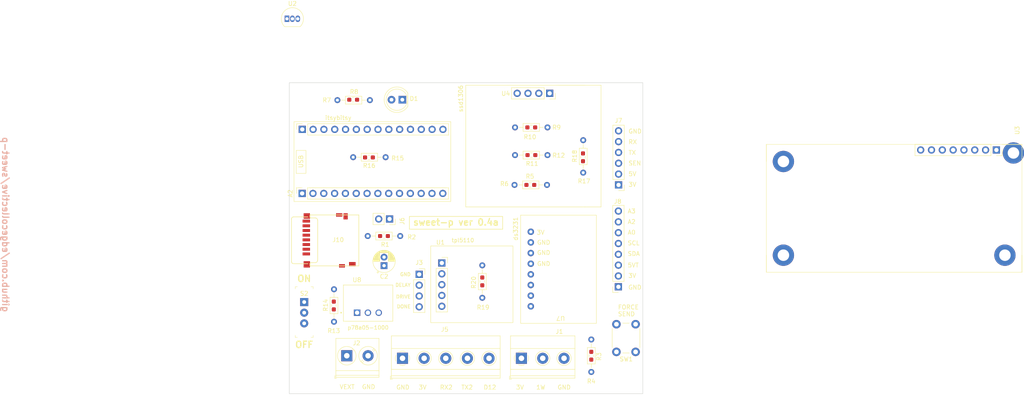
<source format=kicad_pcb>
(kicad_pcb (version 20240108) (generator "pcbnew") (generator_version "8.0")
  (layers (0 "F.Cu" signal) (31 "B.Cu" signal) (34 "B.Paste" user) (35 "F.Paste" user) (36 "B.SilkS" user "B.Silkscreen") (37 "F.SilkS" user "F.Silkscreen") (38 "B.Mask" user) (39 "F.Mask" user) (44 "Edge.Cuts" user))
  (net 0 "")
  (net 1 "A2")
  (net 2 "A5")
  (net 3 "TX")
  (net 4 "RX")
  (net 5 "SAT_EN")
  (net 6 "GND")
  (net 7 "+3V3")
  (net 8 "SDA")
  (net 9 "SCL")
  (net 10 "SD_CS")
  (net 11 "MOSI")
  (net 12 "SCK")
  (net 13 "MISO")
  (net 14 "DONE")
  (net 15 "LED")
  (net 16 "VEXT")
  (net 18 "Net-(D1-A)")
  (net 19 "Net-(J3-Pin_2)")
  (net 25 "TX_A4")
  (net 26 "D12")
  (net 27 "5V_TIMER")
  (net 29 "RX_D2")
  (net 30 "ONEWIRE_11")
  (net 31 "BATT_A1")
  (net 32 "A3")
  (net 34 "VHI")
  (net 37 "A0")
  (net 39 "5V_DC")
  (net 40 "Net-(U8-+VIN)")
  (net 41 "Net-(U2-GND)")
  (footprint "digikey-footprints:Switch_Slide_11.6x4mm_EG1218" (layer "F.Cu") (at 29 73 -90)
    (property "Reference" "S2" (at -2 0 0) (layer "F.SilkS"))
    (property "Value" "EG1218")
    (pad "1" thru_hole rect (at 0 0 270) (size 1.9 1.9) (drill 0.9) (layers "*.Cu" "*.Mask") (net 40 "Net-(U8-+VIN)"))
    (pad "2" thru_hole circle (at 2.5 0 270) (size 1.9 1.9) (drill 0.9) (layers "*.Cu" "*.Mask") (net 16 "VEXT"))
    (pad "3" thru_hole circle (at 5 0 270) (size 1.9 1.9) (drill 0.9) (layers "*.Cu" "*.Mask"))
  )
  (footprint "footprints:adafruit_tpl511x" (layer "F.Cu") (at 61.31 63.8325)
    (property "Reference" "U1" (at -0.31 -4.8325 180) (layer "F.SilkS"))
    (property "Value" "adafruit_tpl511x")
    (pad "1" thru_hole rect (at 0 0) (size 1.7 1.7) (drill 1) (layers "*.Cu" "*.Mask") (net 39 "5V_DC"))
    (pad "2" thru_hole oval (at 0 2.54) (size 1.7 1.7) (drill 1) (layers "*.Cu" "*.Mask") (net 6 "GND"))
    (pad "3" thru_hole oval (at 0 5.08) (size 1.7 1.7) (drill 1) (layers "*.Cu" "*.Mask") (net 19 "Net-(J3-Pin_2)"))
    (pad "4" thru_hole oval (at 0 7.62) (size 1.7 1.7) (drill 1) (layers "*.Cu" "*.Mask") (net 27 "5V_TIMER"))
    (pad "5" thru_hole oval (at 0 10.16) (size 1.7 1.7) (drill 1) (layers "*.Cu" "*.Mask") (net 14 "DONE"))
  )
  (footprint "Resistor_THT:R_Axial_DIN0204_L3.6mm_D1.6mm_P7.62mm_Horizontal" (layer "F.Cu") (at 70.81 72.0025 90)
    (property "Reference" "R19" (at -2.2475 0.19 0) (layer "F.SilkS"))
    (property "Value" "330")
    (pad "1" thru_hole circle (at 0 0 90) (size 1.4 1.4) (drill 0.7) (layers "*.Cu" "*.Mask") (net 14 "DONE"))
    (pad "2" thru_hole oval (at 7.62 0 90) (size 1.4 1.4) (drill 0.7) (layers "*.Cu" "*.Mask") (net 6 "GND"))
  )
  (footprint "LED_THT:LED_D5.0mm" (layer "F.Cu") (at 52.04 25.5 180)
    (property "Reference" "D1" (at -2.71 0.25 180) (layer "F.SilkS"))
    (property "Value" "LED")
    (pad "1" thru_hole rect (at 0 0 180) (size 1.8 1.8) (drill 0.9) (layers "*.Cu" "*.Mask") (net 6 "GND"))
    (pad "2" thru_hole circle (at 2.54 0 180) (size 1.8 1.8) (drill 0.9) (layers "*.Cu" "*.Mask") (net 18 "Net-(D1-A)"))
  )
  (footprint "Package_TO_SOT_THT:TO-92_Inline" (layer "F.Cu") (at 24.96 6.5)
    (property "Reference" "U2" (at 1.27 -3.56 0) (layer "F.SilkS"))
    (property "Value" "MCP1700x-120xxTO")
    (pad "1" thru_hole rect (at 0 0) (size 1.05 1.5) (drill 0.75) (layers "*.Cu" "*.Mask") (net 41 "Net-(U2-GND)"))
    (pad "2" thru_hole oval (at 1.27 0) (size 1.05 1.5) (drill 0.75) (layers "*.Cu" "*.Mask") (net 27 "5V_TIMER"))
    (pad "3" thru_hole oval (at 2.54 0) (size 1.05 1.5) (drill 0.75) (layers "*.Cu" "*.Mask") (net 7 "+3V3"))
  )
  (footprint "Resistor_THT:R_Axial_DIN0204_L3.6mm_D1.6mm_P7.62mm_Horizontal" (layer "F.Cu") (at 78.38 45.5)
    (property "Reference" "R6" (at -2.38 -0.25 0) (layer "F.SilkS"))
    (property "Value" "4.7K")
    (pad "1" thru_hole circle (at 0 0) (size 1.4 1.4) (drill 0.7) (layers "*.Cu" "*.Mask") (net 7 "+3V3"))
    (pad "2" thru_hole oval (at 7.62 0) (size 1.4 1.4) (drill 0.7) (layers "*.Cu" "*.Mask") (net 30 "ONEWIRE_11"))
  )
  (footprint "MountingHole:MountingHole_3.2mm_M3" (layer "F.Cu") (at 105 91)
    (property "Reference" "H4" (hide yes))
    (property "Value" "MountingHole")
    (pad "" np_thru_hole circle (at 0 0) (size 3.2 3.2) (drill 3.2) (layers "*.Cu" "*.Mask"))
  )
  (footprint "Button_Switch_THT:SW_PUSH_6mm" (layer "F.Cu") (at 106.8 78.2 -90)
    (property "Reference" "SW1" (at 8.2 2.2 180) (layer "F.SilkS"))
    (property "Value" "SW_Push")
    (pad "1" thru_hole circle (at 0 0) (size 2 2) (drill 1.1) (layers "*.Cu" "*.Mask") (net 2 "A5"))
    (pad "1" thru_hole circle (at 6.5 0) (size 2 2) (drill 1.1) (layers "*.Cu" "*.Mask") (net 2 "A5"))
    (pad "2" thru_hole circle (at 0 4.5) (size 2 2) (drill 1.1) (layers "*.Cu" "*.Mask") (net 6 "GND"))
    (pad "2" thru_hole circle (at 6.5 4.5) (size 2 2) (drill 1.1) (layers "*.Cu" "*.Mask") (net 6 "GND"))
  )
  (footprint "TerminalBlock_Phoenix:TerminalBlock_Phoenix_PT-1,5-2-5.0-H_1x02_P5.00mm_Horizontal" (layer "F.Cu") (at 39 85.6)
    (property "Reference" "J2" (at 2.3 -2.975 0) (layer "F.SilkS"))
    (property "Value" "Screw_Terminal_01x02")
    (pad "1" thru_hole rect (at 0 0) (size 2.6 2.6) (drill 1.3) (layers "*.Cu" "*.Mask") (net 16 "VEXT"))
    (pad "2" thru_hole circle (at 5 0) (size 2.6 2.6) (drill 1.3) (layers "*.Cu" "*.Mask") (net 6 "GND"))
  )
  (footprint "Resistor_SMD:R_0603_1608Metric_Pad0.98x0.95mm_HandSolder" (layer "F.Cu") (at 35.95 73.81 90)
    (property "Reference" "R14" (at 0.075 -1.925 90) (layer "F.SilkS"))
    (property "Value" "100K")
    (pad "1" smd roundrect (at -0.9125 0 90) (size 0.975 0.95) (layers "F.Cu" "F.Paste" "F.Mask") (net 16 "VEXT"))
    (pad "2" smd roundrect (at 0.9125 0 90) (size 0.975 0.95) (layers "F.Cu" "F.Paste" "F.Mask") (net 31 "BATT_A1"))
  )
  (footprint "TerminalBlock_Phoenix:TerminalBlock_Phoenix_MKDS-1,5-3_1x03_P5.00mm_Horizontal" (layer "F.Cu") (at 80 86.2)
    (property "Reference" "J1" (at 8.905 -6.26 0) (layer "F.SilkS"))
    (property "Value" "Screw_Terminal_01x03")
    (pad "1" thru_hole rect (at 0 0) (size 2.6 2.6) (drill 1.3) (layers "*.Cu" "*.Mask") (net 7 "+3V3"))
    (pad "2" thru_hole circle (at 5 0) (size 2.6 2.6) (drill 1.3) (layers "*.Cu" "*.Mask") (net 30 "ONEWIRE_11"))
    (pad "3" thru_hole circle (at 10 0) (size 2.6 2.6) (drill 1.3) (layers "*.Cu" "*.Mask") (net 6 "GND"))
  )
  (footprint "footprints:CONV_P78A05-1000" (layer "F.Cu") (at 41.42 75.5)
    (property "Reference" "U8" (at -0.035085 -7.702265 0) (layer "F.SilkS") (effects (font (size 1.002244 1.002244))))
    (property "Value" "P78A05-1000")
    (pad "1" thru_hole rect (at 0 0) (size 1.508 1.508) (drill 1) (layers "*.Cu" "*.Mask") (net 40 "Net-(U8-+VIN)"))
    (pad "2" thru_hole circle (at 2.54 0) (size 1.508 1.508) (drill 1) (layers "*.Cu" "*.Mask") (net 6 "GND"))
    (pad "3" thru_hole circle (at 5.08 0) (size 1.508 1.508) (drill 1) (layers "*.Cu" "*.Mask") (net 39 "5V_DC"))
  )
  (footprint "Capacitor_THT:CP_Radial_D5.0mm_P2.00mm" (layer "F.Cu") (at 47.75 64.455113 90)
    (property "Reference" "C2" (at -2.544887 0 180) (layer "F.SilkS"))
    (property "Value" "330uF")
    (pad "1" thru_hole rect (at 0 0 90) (size 1.6 1.6) (drill 0.8) (layers "*.Cu" "*.Mask") (net 27 "5V_TIMER"))
    (pad "2" thru_hole circle (at 2 0 90) (size 1.6 1.6) (drill 0.8) (layers "*.Cu" "*.Mask") (net 6 "GND"))
  )
  (footprint "Resistor_SMD:R_0603_1608Metric_Pad0.98x0.95mm_HandSolder" (layer "F.Cu") (at 70.81 68.1525 90)
    (property "Reference" "R20" (at -0.2475 -2.01 90) (layer "F.SilkS"))
    (property "Value" "330")
    (pad "1" smd roundrect (at -0.9125 0 90) (size 0.975 0.95) (layers "F.Cu" "F.Paste" "F.Mask") (net 14 "DONE"))
    (pad "2" smd roundrect (at 0.9125 0 90) (size 0.975 0.95) (layers "F.Cu" "F.Paste" "F.Mask") (net 6 "GND"))
  )
  (footprint "MountingHole:MountingHole_3.2mm_M3" (layer "F.Cu") (at 29 91)
    (property "Reference" "H2" (hide yes))
    (property "Value" "MountingHole")
    (pad "" np_thru_hole circle (at 0 0) (size 3.2 3.2) (drill 3.2) (layers "*.Cu" "*.Mask"))
  )
  (footprint "footprints:ds3231_adafruit_breakout" (layer "F.Cu") (at 79.8 65.3 -90)
    (property "Reference" "U7" (at 11.5 -9.405 180) (layer "F.SilkS"))
    (property "Value" "ds3231" (at -9.5 1.16 90) (layer "F.SilkS"))
    (pad "1" thru_hole circle (at -8.8 -2.4 270) (size 1.524 1.524) (drill 0.762) (layers "*.Cu" "*.Mask") (net 7 "+3V3"))
    (pad "2" thru_hole circle (at -6.3 -2.4 270) (size 1.524 1.524) (drill 0.762) (layers "*.Cu" "*.Mask") (net 6 "GND"))
    (pad "3" thru_hole circle (at -3.8 -2.4 270) (size 1.524 1.524) (drill 0.762) (layers "*.Cu" "*.Mask") (net 9 "SCL"))
    (pad "4" thru_hole circle (at -1.3 -2.4 270) (size 1.524 1.524) (drill 0.762) (layers "*.Cu" "*.Mask") (net 8 "SDA"))
    (pad "5" thru_hole circle (at 1.2 -2.4 270) (size 1.524 1.524) (drill 0.762) (layers "*.Cu" "*.Mask"))
    (pad "6" thru_hole circle (at 3.7 -2.4 270) (size 1.524 1.524) (drill 0.762) (layers "*.Cu" "*.Mask"))
    (pad "7" thru_hole circle (at 6.2 -2.4 270) (size 1.524 1.524) (drill 0.762) (layers "*.Cu" "*.Mask"))
    (pad "8" thru_hole circle (at 8.7 -2.4 270) (size 1.524 1.524) (drill 0.762) (layers "*.Cu" "*.Mask"))
  )
  (footprint "footprints:DM3D-SF_outline" (layer "F.Cu") (at 30.375 58.5 -90)
    (property "Reference" "J10" (at -0.1 -6.6 0) (layer "F.SilkS"))
    (property "Value" "Micro_SD_Card" (hide yes))
    (pad "1" smd rect (at 3.2 0.875 270) (size 0.7 1.75) (layers "F.Cu" "F.Paste" "F.Mask"))
    (pad "2" smd rect (at 2.1 0.875 270) (size 0.7 1.75) (layers "F.Cu" "F.Paste" "F.Mask") (net 10 "SD_CS"))
    (pad "3" smd rect (at 1 0.875 270) (size 0.7 1.75) (layers "F.Cu" "F.Paste" "F.Mask") (net 11 "MOSI"))
    (pad "4" smd rect (at -0.1 0.875 270) (size 0.7 1.75) (layers "F.Cu" "F.Paste" "F.Mask") (net 7 "+3V3"))
    (pad "5" smd rect (at -1.2 0.875 270) (size 0.7 1.75) (layers "F.Cu" "F.Paste" "F.Mask") (net 12 "SCK"))
    (pad "6" smd rect (at -2.3 0.875 270) (size 0.7 1.75) (layers "F.Cu" "F.Paste" "F.Mask") (net 6 "GND"))
    (pad "7" smd rect (at -3.4 0.875 270) (size 0.7 1.75) (layers "F.Cu" "F.Paste" "F.Mask") (net 13 "MISO"))
    (pad "8" smd rect (at -4.5 0.875 270) (size 0.7 1.75) (layers "F.Cu" "F.Paste" "F.Mask"))
    (pad "9" smd rect (at -5.7 0.75 270) (size 1.3 1.5) (layers "F.Cu" "F.Paste" "F.Mask") (net 6 "GND"))
    (pad "10" smd rect (at -5.95 -6.85 270) (size 0.8 1.5) (layers "F.Cu" "F.Paste" "F.Mask"))
    (pad "11" smd rect (at 6 -7.5 270) (size 0.8 1.4) (layers "F.Cu" "F.Paste" "F.Mask"))
    (pad "12" smd rect (at 5.65 0.75 270) (size 1.5 1.5) (layers "F.Cu" "F.Paste" "F.Mask"))
    (pad "A" smd rect (at 5.6 -9.925 270) (size 1 1.55) (layers "F.Cu" "F.Paste" "F.Mask"))
    (pad "B" smd rect (at -5.625 -8.35 270) (size 1.45 1) (layers "F.Cu" "F.Paste" "F.Mask"))
  )
  (footprint "MountingHole:MountingHole_3.2mm_M3" (layer "F.Cu") (at 29 25)
    (property "Reference" "H1" (hide yes))
    (property "Value" "MountingHole")
    (pad "" np_thru_hole circle (at 0 0) (size 3.2 3.2) (drill 3.2) (layers "*.Cu" "*.Mask"))
  )
  (footprint "Resistor_THT:R_Axial_DIN0204_L3.6mm_D1.6mm_P7.62mm_Horizontal" (layer "F.Cu") (at 94.5 42.62 90)
    (property "Reference" "R17" (at -2 0.2 0) (layer "F.SilkS"))
    (property "Value" "4.7K")
    (pad "1" thru_hole circle (at 0 0 90) (size 1.4 1.4) (drill 0.7) (layers "*.Cu" "*.Mask") (net 5 "SAT_EN"))
    (pad "2" thru_hole oval (at 7.62 0 90) (size 1.4 1.4) (drill 0.7) (layers "*.Cu" "*.Mask") (net 6 "GND"))
  )
  (footprint "Resistor_SMD:R_0603_1608Metric_Pad0.98x0.95mm_HandSolder" (layer "F.Cu") (at 96.4 85.6 -90)
    (property "Reference" "R3" (at 0.2 -1.8 90) (layer "F.SilkS"))
    (property "Value" "10K")
    (pad "1" smd roundrect (at -0.9125 0 270) (size 0.975 0.95) (layers "F.Cu" "F.Paste" "F.Mask") (net 7 "+3V3"))
    (pad "2" smd roundrect (at 0.9125 0 270) (size 0.975 0.95) (layers "F.Cu" "F.Paste" "F.Mask") (net 2 "A5"))
  )
  (footprint "Resistor_THT:R_Axial_DIN0204_L3.6mm_D1.6mm_P7.62mm_Horizontal" (layer "F.Cu") (at 36 77.62 90)
    (property "Reference" "R13" (at -2.13 -0.05 180) (layer "F.SilkS"))
    (property "Value" "100K")
    (pad "1" thru_hole circle (at 0 0 90) (size 1.4 1.4) (drill 0.7) (layers "*.Cu" "*.Mask") (net 16 "VEXT"))
    (pad "2" thru_hole oval (at 7.62 0 90) (size 1.4 1.4) (drill 0.7) (layers "*.Cu" "*.Mask") (net 31 "BATT_A1"))
  )
  (footprint "Resistor_SMD:R_0603_1608Metric_Pad0.98x0.95mm_HandSolder" (layer "F.Cu") (at 94.45 39.02 90)
    (property "Reference" "R18" (at 0.27 -1.95 90) (layer "F.SilkS"))
    (property "Value" "4.7K")
    (pad "1" smd roundrect (at -0.9125 0 90) (size 0.975 0.95) (layers "F.Cu" "F.Paste" "F.Mask") (net 5 "SAT_EN"))
    (pad "2" smd roundrect (at 0.9125 0 90) (size 0.975 0.95) (layers "F.Cu" "F.Paste" "F.Mask") (net 6 "GND"))
  )
  (footprint "Connector_PinSocket_2.54mm:PinSocket_1x02_P2.54mm_Vertical" (layer "F.Cu") (at 49.04 53.5 -90)
    (property "Reference" "J6" (at 0.5 -2.96 90) (layer "F.SilkS"))
    (property "Value" "Conn_01x02_Socket")
    (pad "1" thru_hole rect (at 0 0 270) (size 1.7 1.7) (drill 1) (layers "*.Cu" "*.Mask") (net 19 "Net-(J3-Pin_2)"))
    (pad "2" thru_hole oval (at 0 2.54 270) (size 1.7 1.7) (drill 1) (layers "*.Cu" "*.Mask") (net 6 "GND"))
  )
  (footprint "MountingHole:MountingHole_3.2mm_M3" (layer "F.Cu") (at 105 25)
    (property "Reference" "H3" (hide yes))
    (property "Value" "MountingHole")
    (pad "" np_thru_hole circle (at 0 0) (size 3.2 3.2) (drill 3.2) (layers "*.Cu" "*.Mask"))
  )
  (footprint "Connector_PinSocket_2.54mm:PinSocket_1x04_P2.54mm_Vertical" (layer "F.Cu") (at 56 66.5)
    (property "Reference" "J3" (at 0 -2.77 0) (layer "F.SilkS"))
    (property "Value" "Conn_01x04_Female")
    (pad "1" thru_hole rect (at 0 0) (size 1.7 1.7) (drill 1) (layers "*.Cu" "*.Mask") (net 6 "GND"))
    (pad "2" thru_hole oval (at 0 2.54) (size 1.7 1.7) (drill 1) (layers "*.Cu" "*.Mask") (net 19 "Net-(J3-Pin_2)"))
    (pad "3" thru_hole oval (at 0 5.08) (size 1.7 1.7) (drill 1) (layers "*.Cu" "*.Mask") (net 7 "+3V3"))
    (pad "4" thru_hole oval (at 0 7.62) (size 1.7 1.7) (drill 1) (layers "*.Cu" "*.Mask") (net 14 "DONE"))
  )
  (footprint "Resistor_THT:R_Axial_DIN0204_L3.6mm_D1.6mm_P7.62mm_Horizontal" (layer "F.Cu") (at 36.8 25.6)
    (property "Reference" "R7" (at -2.49 0 0) (layer "F.SilkS"))
    (property "Value" "4.7K")
    (pad "1" thru_hole circle (at 0 0) (size 1.4 1.4) (drill 0.7) (layers "*.Cu" "*.Mask") (net 15 "LED"))
    (pad "2" thru_hole oval (at 7.62 0) (size 1.4 1.4) (drill 0.7) (layers "*.Cu" "*.Mask") (net 18 "Net-(D1-A)"))
  )
  (footprint "Resistor_SMD:R_0603_1608Metric_Pad0.98x0.95mm_HandSolder" (layer "F.Cu") (at 47.73 57.5 180)
    (property "Reference" "R1" (at -0.27 -2 0) (layer "F.SilkS"))
    (property "Value" "4.7K")
    (pad "1" smd roundrect (at -0.9125 0 180) (size 0.975 0.95) (layers "F.Cu" "F.Paste" "F.Mask") (net 19 "Net-(J3-Pin_2)"))
    (pad "2" smd roundrect (at 0.9125 0 180) (size 0.975 0.95) (layers "F.Cu" "F.Paste" "F.Mask") (net 6 "GND"))
  )
  (footprint "Resistor_THT:R_Axial_DIN0204_L3.6mm_D1.6mm_P7.62mm_Horizontal" (layer "F.Cu") (at 78.5 38.5)
    (property "Reference" "R12" (at 10.245 0.075 0) (layer "F.SilkS"))
    (property "Value" "4.7K")
    (pad "1" thru_hole circle (at 0 0) (size 1.4 1.4) (drill 0.7) (layers "*.Cu" "*.Mask") (net 7 "+3V3"))
    (pad "2" thru_hole oval (at 7.62 0) (size 1.4 1.4) (drill 0.7) (layers "*.Cu" "*.Mask") (net 9 "SCL"))
  )
  (footprint "Resistor_SMD:R_0603_1608Metric_Pad0.98x0.95mm_HandSolder" (layer "F.Cu") (at 44.2 39.05)
    (property "Reference" "R16" (at 0.075 1.925 0) (layer "F.SilkS"))
    (property "Value" "100K")
    (pad "1" smd roundrect (at -0.9125 0) (size 0.975 0.95) (layers "F.Cu" "F.Paste" "F.Mask") (net 31 "BATT_A1"))
    (pad "2" smd roundrect (at 0.9125 0) (size 0.975 0.95) (layers "F.Cu" "F.Paste" "F.Mask") (net 6 "GND"))
  )
  (footprint "footprints:itsybitsy" (layer "F.Cu") (at 28.52 47.5 90)
    (property "Reference" "A2" (at 0 -2.77 90) (layer "F.SilkS"))
    (property "Value" "itsybitsy_nrf52840_express")
    (fp_text user "USB" (at 5.9 0.3 90) (layer "F.SilkS") (effects (justify left bottom)))
    (pad "1" thru_hole rect (at 0 0 90) (size 1.7 1.7) (drill 1) (layers "*.Cu" "*.Mask"))
    (pad "2" thru_hole oval (at 0 2.54 90) (size 1.7 1.7) (drill 1) (layers "*.Cu" "*.Mask") (net 7 "+3V3"))
    (pad "3" thru_hole oval (at 0 5.08 90) (size 1.7 1.7) (drill 1) (layers "*.Cu" "*.Mask"))
    (pad "4" thru_hole oval (at 0 7.62 90) (size 1.7 1.7) (drill 1) (layers "*.Cu" "*.Mask") (net 34 "VHI"))
    (pad "5" thru_hole oval (at 0 10.16 90) (size 1.7 1.7) (drill 1) (layers "*.Cu" "*.Mask") (net 37 "A0"))
    (pad "6" thru_hole oval (at 0 12.7 90) (size 1.7 1.7) (drill 1) (layers "*.Cu" "*.Mask") (net 31 "BATT_A1"))
    (pad "7" thru_hole oval (at 0 15.24 90) (size 1.7 1.7) (drill 1) (layers "*.Cu" "*.Mask") (net 1 "A2"))
    (pad "8" thru_hole oval (at 0 17.78 90) (size 1.7 1.7) (drill 1) (layers "*.Cu" "*.Mask") (net 32 "A3"))
    (pad "9" thru_hole oval (at 0 20.32 90) (size 1.7 1.7) (drill 1) (layers "*.Cu" "*.Mask") (net 25 "TX_A4"))
    (pad "10" thru_hole oval (at 0 22.86 90) (size 1.7 1.7) (drill 1) (layers "*.Cu" "*.Mask") (net 2 "A5"))
    (pad "11" thru_hole oval (at 0 25.4 90) (size 1.7 1.7) (drill 1) (layers "*.Cu" "*.Mask") (net 12 "SCK"))
    (pad "12" thru_hole oval (at 0 27.94 90) (size 1.7 1.7) (drill 1) (layers "*.Cu" "*.Mask") (net 11 "MOSI"))
    (pad "13" thru_hole oval (at 0 30.48 90) (size 1.7 1.7) (drill 1) (layers "*.Cu" "*.Mask") (net 13 "MISO"))
    (pad "14" thru_hole oval (at 0 33.02 90) (size 1.7 1.7) (drill 1) (layers "*.Cu" "*.Mask") (net 29 "RX_D2"))
    (pad "15" thru_hole oval (at 15.035 33.05 90) (size 1.7 1.7) (drill 1) (layers "*.Cu" "*.Mask") (net 4 "RX"))
    (pad "16" thru_hole oval (at 15.035 30.51 90) (size 1.7 1.7) (drill 1) (layers "*.Cu" "*.Mask") (net 3 "TX"))
    (pad "17" thru_hole oval (at 15.035 27.97 90) (size 1.7 1.7) (drill 1) (layers "*.Cu" "*.Mask") (net 8 "SDA"))
    (pad "18" thru_hole oval (at 15.035 25.43 90) (size 1.7 1.7) (drill 1) (layers "*.Cu" "*.Mask") (net 9 "SCL"))
    (pad "19" thru_hole oval (at 15.035 22.89 90) (size 1.7 1.7) (drill 1) (layers "*.Cu" "*.Mask"))
    (pad "20" thru_hole oval (at 15.035 20.35 90) (size 1.7 1.7) (drill 1) (layers "*.Cu" "*.Mask") (net 14 "DONE"))
    (pad "21" thru_hole oval (at 15.035 17.81 90) (size 1.7 1.7) (drill 1) (layers "*.Cu" "*.Mask") (net 5 "SAT_EN"))
    (pad "22" thru_hole oval (at 15.035 15.27 90) (size 1.7 1.7) (drill 1) (layers "*.Cu" "*.Mask") (net 10 "SD_CS"))
    (pad "23" thru_hole oval (at 15.035 12.73 90) (size 1.7 1.7) (drill 1) (layers "*.Cu" "*.Mask") (net 30 "ONEWIRE_11"))
    (pad "24" thru_hole oval (at 15.035 10.19 90) (size 1.7 1.7) (drill 1) (layers "*.Cu" "*.Mask") (net 26 "D12"))
    (pad "25" thru_hole oval (at 15.035 7.65 90) (size 1.7 1.7) (drill 1) (layers "*.Cu" "*.Mask") (net 15 "LED"))
    (pad "26" thru_hole oval (at 15.035 5.11 90) (size 1.7 1.7) (drill 1) (layers "*.Cu" "*.Mask"))
    (pad "27" thru_hole oval (at 15.035 2.57 90) (size 1.7 1.7) (drill 1) (layers "*.Cu" "*.Mask") (net 6 "GND"))
    (pad "28" thru_hole rect (at 15.035 0.03 90) (size 1.7 1.7) (drill 1) (layers "*.Cu" "*.Mask") (net 27 "5V_TIMER"))
  )
  (footprint "Resistor_THT:R_Axial_DIN0204_L3.6mm_D1.6mm_P7.62mm_Horizontal" (layer "F.Cu") (at 51.54 57.5 180)
    (property "Reference" "R2" (at -2.71 -0.25 0) (layer "F.SilkS"))
    (property "Value" "4.7K")
    (pad "1" thru_hole circle (at 0 0 180) (size 1.4 1.4) (drill 0.7) (layers "*.Cu" "*.Mask") (net 19 "Net-(J3-Pin_2)"))
    (pad "2" thru_hole oval (at 7.62 0 180) (size 1.4 1.4) (drill 0.7) (layers "*.Cu" "*.Mask") (net 6 "GND"))
  )
  (footprint "Resistor_SMD:R_0603_1608Metric_Pad0.98x0.95mm_HandSolder" (layer "F.Cu") (at 82.0875 45.5)
    (property "Reference" "R5" (at -0.0875 -2 0) (layer "F.SilkS"))
    (property "Value" "4.7K")
    (pad "1" smd roundrect (at -0.9125 0) (size 0.975 0.95) (layers "F.Cu" "F.Paste" "F.Mask") (net 7 "+3V3"))
    (pad "2" smd roundrect (at 0.9125 0) (size 0.975 0.95) (layers "F.Cu" "F.Paste" "F.Mask") (net 30 "ONEWIRE_11"))
  )
  (footprint "Connector_PinHeader_2.54mm:PinHeader_1x06_P2.54mm_Vertical" (layer "F.Cu") (at 102.8 45.5 180)
    (property "Reference" "J7" (at 0 15.1 0) (layer "F.SilkS"))
    (property "Value" "Conn_01x06_Pin")
    (pad "1" thru_hole rect (at 0 0 180) (size 1.7 1.7) (drill 1) (layers "*.Cu" "*.Mask") (net 7 "+3V3"))
    (pad "2" thru_hole oval (at 0 2.54 180) (size 1.7 1.7) (drill 1) (layers "*.Cu" "*.Mask") (net 39 "5V_DC"))
    (pad "3" thru_hole oval (at 0 5.08 180) (size 1.7 1.7) (drill 1) (layers "*.Cu" "*.Mask") (net 5 "SAT_EN"))
    (pad "4" thru_hole oval (at 0 7.62 180) (size 1.7 1.7) (drill 1) (layers "*.Cu" "*.Mask") (net 3 "TX"))
    (pad "5" thru_hole oval (at 0 10.16 180) (size 1.7 1.7) (drill 1) (layers "*.Cu" "*.Mask") (net 4 "RX"))
    (pad "6" thru_hole oval (at 0 12.7 180) (size 1.7 1.7) (drill 1) (layers "*.Cu" "*.Mask") (net 6 "GND"))
  )
  (footprint "Resistor_THT:R_Axial_DIN0204_L3.6mm_D1.6mm_P7.62mm_Horizontal" (layer "F.Cu") (at 78.5 32)
    (property "Reference" "R9" (at 9.75 0 0) (layer "F.SilkS"))
    (property "Value" "4.7K")
    (pad "1" thru_hole circle (at 0 0) (size 1.4 1.4) (drill 0.7) (layers "*.Cu" "*.Mask") (net 7 "+3V3"))
    (pad "2" thru_hole oval (at 7.62 0) (size 1.4 1.4) (drill 0.7) (layers "*.Cu" "*.Mask") (net 8 "SDA"))
  )
  (footprint "Resistor_SMD:R_0603_1608Metric_Pad0.98x0.95mm_HandSolder" (layer "F.Cu") (at 82.31 32)
    (property "Reference" "R10" (at -0.31 2.25 180) (layer "F.SilkS"))
    (property "Value" "4.7K")
    (pad "1" smd roundrect (at -0.9125 0) (size 0.975 0.95) (layers "F.Cu" "F.Paste" "F.Mask") (net 7 "+3V3"))
    (pad "2" smd roundrect (at 0.9125 0) (size 0.975 0.95) (layers "F.Cu" "F.Paste" "F.Mask") (net 8 "SDA"))
  )
  (footprint "Connector_PinSocket_2.54mm:PinSocket_1x08_P2.54mm_Vertical" (layer "F.Cu") (at 102.762 69.418 180)
    (property "Reference" "J8" (at 0.162 20.018 0) (layer "F.SilkS"))
    (property "Value" "Conn_01x08_Socket")
    (pad "1" thru_hole rect (at 0 0 180) (size 1.7 1.7) (drill 1) (layers "*.Cu" "*.Mask") (net 6 "GND"))
    (pad "2" thru_hole oval (at 0 2.54 180) (size 1.7 1.7) (drill 1) (layers "*.Cu" "*.Mask") (net 7 "+3V3"))
    (pad "3" thru_hole oval (at 0 5.08 180) (size 1.7 1.7) (drill 1) (layers "*.Cu" "*.Mask") (net 27 "5V_TIMER"))
    (pad "4" thru_hole oval (at 0 7.62 180) (size 1.7 1.7) (drill 1) (layers "*.Cu" "*.Mask") (net 8 "SDA"))
    (pad "5" thru_hole oval (at 0 10.16 180) (size 1.7 1.7) (drill 1) (layers "*.Cu" "*.Mask") (net 9 "SCL"))
    (pad "6" thru_hole oval (at 0 12.7 180) (size 1.7 1.7) (drill 1) (layers "*.Cu" "*.Mask") (net 37 "A0"))
    (pad "7" thru_hole oval (at 0 15.24 180) (size 1.7 1.7) (drill 1) (layers "*.Cu" "*.Mask") (net 1 "A2"))
    (pad "8" thru_hole oval (at 0 17.78 180) (size 1.7 1.7) (drill 1) (layers "*.Cu" "*.Mask") (net 32 "A3"))
  )
  (footprint "rak19007:rak19007" (layer "F.Cu") (at 191.5 37.3 -90)
    (property "Reference" "U3" (at -4.6 -4.9 90) (layer "F.SilkS"))
    (property "Value" "~")
    (pad "1" thru_hole rect (at 0 0 270) (size 1.7 1.7) (drill 1) (layers "*.Cu" "*.Mask"))
    (pad "2" thru_hole oval (at 0 2.54 270) (size 1.7 1.7) (drill 1) (layers "*.Cu" "*.Mask"))
    (pad "3" thru_hole oval (at 0 5.08 270) (size 1.7 1.7) (drill 1) (layers "*.Cu" "*.Mask"))
    (pad "4" thru_hole oval (at 0 7.62 270) (size 1.7 1.7) (drill 1) (layers "*.Cu" "*.Mask"))
    (pad "5" thru_hole oval (at 0 10.16 270) (size 1.7 1.7) (drill 1) (layers "*.Cu" "*.Mask"))
    (pad "6" thru_hole oval (at 0 12.7 270) (size 1.7 1.7) (drill 1) (layers "*.Cu" "*.Mask"))
    (pad "7" thru_hole oval (at 0 15.24 270) (size 1.7 1.7) (drill 1) (layers "*.Cu" "*.Mask"))
    (pad "8" thru_hole oval (at 0 17.78 270) (size 1.7 1.7) (drill 1) (layers "*.Cu" "*.Mask"))
    (pad "9" thru_hole circle (at 0.7 -4 270) (size 5 5) (drill 2.7) (layers "*.Cu" "*.Mask"))
    (pad "9" thru_hole circle (at 2.7 50 270) (size 5 5) (drill 2.7) (layers "*.Cu" "*.Mask"))
    (pad "9" thru_hole circle (at 24.7 -2 270) (size 5 5) (drill 2.7) (layers "*.Cu" "*.Mask"))
    (pad "9" thru_hole circle (at 24.7 50 270) (size 5 5) (drill 2.7) (layers "*.Cu" "*.Mask"))
  )
  (footprint "Resistor_SMD:R_0603_1608Metric_Pad0.98x0.95mm_HandSolder" (layer "F.Cu") (at 40.5 25.5)
    (property "Reference" "R8" (at 0.21 -1.85 0) (layer "F.SilkS"))
    (property "Value" "4.7K")
    (pad "1" smd roundrect (at -0.9125 0) (size 0.975 0.95) (layers "F.Cu" "F.Paste" "F.Mask") (net 15 "LED"))
    (pad "2" smd roundrect (at 0.9125 0) (size 0.975 0.95) (layers "F.Cu" "F.Paste" "F.Mask") (net 18 "Net-(D1-A)"))
  )
  (footprint "Resistor_SMD:R_0603_1608Metric_Pad0.98x0.95mm_HandSolder" (layer "F.Cu") (at 82.345 38.5)
    (property "Reference" "R11" (at 0.155 2 0) (layer "F.SilkS"))
    (property "Value" "4.7K")
    (pad "1" smd roundrect (at -0.9125 0) (size 0.975 0.95) (layers "F.Cu" "F.Paste" "F.Mask") (net 7 "+3V3"))
    (pad "2" smd roundrect (at 0.9125 0) (size 0.975 0.95) (layers "F.Cu" "F.Paste" "F.Mask") (net 9 "SCL"))
  )
  (footprint "footprints:ssd1306_a" (layer "F.Cu") (at 86.62 24 -90)
    (property "Reference" "U4" (at 0.05 10.3 0) (layer "F.SilkS"))
    (property "Value" "ssd1306")
    (pad "1" thru_hole oval (at 0 7.62 270) (size 1.7 1.7) (drill 1) (layers "*.Cu" "*.Mask") (net 6 "GND"))
    (pad "2" thru_hole oval (at 0 5.08 270) (size 1.7 1.7) (drill 1) (layers "*.Cu" "*.Mask") (net 7 "+3V3"))
    (pad "3" thru_hole oval (at 0 2.54 270) (size 1.7 1.7) (drill 1) (layers "*.Cu" "*.Mask") (net 9 "SCL"))
    (pad "4" thru_hole rect (at 0 0 270) (size 1.7 1.7) (drill 1) (layers "*.Cu" "*.Mask") (net 8 "SDA"))
  )
  (footprint "Resistor_THT:R_Axial_DIN0204_L3.6mm_D1.6mm_P7.62mm_Horizontal" (layer "F.Cu") (at 96.4 81.79 -90)
    (property "Reference" "R4" (at 9.81 0 180) (layer "F.SilkS"))
    (property "Value" "10K")
    (pad "1" thru_hole circle (at 0 0 270) (size 1.4 1.4) (drill 0.7) (layers "*.Cu" "*.Mask") (net 7 "+3V3"))
    (pad "2" thru_hole oval (at 7.62 0 270) (size 1.4 1.4) (drill 0.7) (layers "*.Cu" "*.Mask") (net 2 "A5"))
  )
  (footprint "TerminalBlock_Phoenix:TerminalBlock_Phoenix_MKDS-1,5-5-5.08_1x05_P5.08mm_Horizontal" (layer "F.Cu") (at 52.08 86.2)
    (property "Reference" "J5" (at 9.91 -6.76 0) (layer "F.SilkS"))
    (property "Value" "Screw_Terminal_01x05")
    (pad "1" thru_hole rect (at 0 0) (size 2.6 2.6) (drill 1.3) (layers "*.Cu" "*.Mask") (net 6 "GND"))
    (pad "2" thru_hole circle (at 5.08 0) (size 2.6 2.6) (drill 1.3) (layers "*.Cu" "*.Mask") (net 7 "+3V3"))
    (pad "3" thru_hole circle (at 10.16 0) (size 2.6 2.6) (drill 1.3) (layers "*.Cu" "*.Mask") (net 29 "RX_D2"))
    (pad "4" thru_hole circle (at 15.24 0) (size 2.6 2.6) (drill 1.3) (layers "*.Cu" "*.Mask") (net 25 "TX_A4"))
    (pad "5" thru_hole circle (at 20.32 0) (size 2.6 2.6) (drill 1.3) (layers "*.Cu" "*.Mask") (net 26 "D12"))
  )
  (footprint "Resistor_THT:R_Axial_DIN0204_L3.6mm_D1.6mm_P7.62mm_Horizontal" (layer "F.Cu") (at 40.5 39)
    (property "Reference" "R15" (at 10.45 0.25 0) (layer "F.SilkS"))
    (property "Value" "100K")
    (pad "1" thru_hole circle (at 0 0) (size 1.4 1.4) (drill 0.7) (layers "*.Cu" "*.Mask") (net 31 "BATT_A1"))
    (pad "2" thru_hole oval (at 7.62 0) (size 1.4 1.4) (drill 0.7) (layers "*.Cu" "*.Mask") (net 6 "GND"))
  )
  (gr_rect (start 53.7 52.9) (end 75.6 55.9) (stroke (width 0.15)) (fill none) (layer "F.SilkS"))
  (gr_rect (start 25.5 21.5) (end 108.5 94.5) (stroke (width 0.1)) (fill none) (layer "Edge.Cuts"))
  (gr_text "github.com/edgecollective/sweet-p" (at -42 75.5 -90) (layer "B.SilkS") (effects (font (size 1.5 1.5) (thickness 0.3) (bold yes)) (justify left bottom mirror)))
  (gr_text "1W" (at 83.4 93.6 0) (layer "F.SilkS") (effects (font (size 1 1)) (justify left bottom)))
  (gr_text "sweet-p ver 0.4a" (at 54.45 55.15 0) (layer "F.SilkS") (effects (font (size 1.5 1.5) (thickness 0.3) (bold yes)) (justify left bottom)))
  (gr_text "3V" (at 83.5 57.25 0) (layer "F.SilkS") (effects (font (size 1 1)) (justify left bottom)))
  (gr_text "3V" (at 105.05 46 0) (layer "F.SilkS") (effects (font (size 1 1)) (justify left bottom)))
  (gr_text "p78a05-1000" (at 44 79 0) (layer "F.SilkS") (effects (font (size 0.9 0.9))))
  (gr_text "TX" (at 105.05 38.5 0) (layer "F.SilkS") (effects (font (size 1 1)) (justify left bottom)))
  (gr_text "GND" (at 83.6 64.6 0) (layer "F.SilkS") (effects (font (size 1 1)) (justify left bottom)))
  (gr_text "itsybitsy" (at 37 29.75 0) (layer "F.SilkS") (effects (font (size 1 1))))
  (gr_text "RX2" (at 60.8 93.6 0) (layer "F.SilkS") (effects (font (size 1 1)) (justify left bottom)))
  (gr_text "3V" (at 105.012 67.388 0) (layer "F.SilkS") (effects (font (size 1 1)) (justify left bottom)))
  (gr_text "GND" (at 83.6 62 0) (layer "F.SilkS") (effects (font (size 1 1)) (justify left bottom)))
  (gr_text "GND" (at 88.4 93.6 0) (layer "F.SilkS") (effects (font (size 1 1)) (justify left bottom)))
  (gr_text "ON" (at 29 67.5 0) (layer "F.SilkS") (effects (font (size 1.5 1.5) (thickness 0.3))))
  (gr_text "5V" (at 105.05 43.5 0) (layer "F.SilkS") (effects (font (size 1 1)) (justify left bottom)))
  (gr_text "OFF" (at 29 83 0) (layer "F.SilkS") (effects (font (size 1.5 1.5) (thickness 0.3))))
  (gr_text "VEXT" (at 37.25 93.5 0) (layer "F.SilkS") (effects (font (size 1 1)) (justify left bottom)))
  (gr_text "GND" (at 105.05 33.5 0) (layer "F.SilkS") (effects (font (size 1 1)) (justify left bottom)))
  (gr_text "GND" (at 83.6 59.6 0) (layer "F.SilkS") (effects (font (size 1 1)) (justify left bottom)))
  (gr_text "A2" (at 104.862 54.738 0) (layer "F.SilkS") (effects (font (size 1 1)) (justify left bottom)))
  (gr_text "GND" (at 42.5 93.5 0) (layer "F.SilkS") (effects (font (size 1 1)) (justify left bottom)))
  (gr_text "FORCE\nSEND" (at 102.6 76.4 0) (layer "F.SilkS") (effects (font (size 1 1)) (justify left bottom)))
  (gr_text "SCL" (at 104.862 59.738 0) (layer "F.SilkS") (effects (font (size 1 1)) (justify left bottom)))
  (gr_text "5VT" (at 104.862 64.938 0) (layer "F.SilkS") (effects (font (size 1 1)) (justify left bottom)))
  (gr_text "A0" (at 104.862 57.238 0) (layer "F.SilkS") (effects (font (size 1 1)) (justify left bottom)))
  (gr_text "SEN" (at 105.05 41 0) (layer "F.SilkS") (effects (font (size 1 1)) (justify left bottom)))
  (gr_text "GND" (at 105.012 70.138 0) (layer "F.SilkS") (effects (font (size 1 1)) (justify left bottom)))
  (gr_text "DRIVE" (at 52.273809 71.75 0) (layer "F.SilkS") (effects (font (size 0.8 0.8))))
  (gr_text "3V" (at 55.8 93.6 0) (layer "F.SilkS") (effects (font (size 1 1)) (justify left bottom)))
  (gr_text "ssd1306" (at 65.75 25.25 90) (layer "F.SilkS") (effects (font (size 1 1))))
  (gr_text "3V" (at 78.65 93.6 0) (layer "F.SilkS") (effects (font (size 1 1)) (justify left bottom)))
  (gr_text "TX2" (at 65.8 93.6 0) (layer "F.SilkS") (effects (font (size 1 1)) (justify left bottom)))
  (gr_text "D12" (at 71.05 93.6 0) (layer "F.SilkS") (effects (font (size 1 1)) (justify left bottom)))
  (gr_text "DONE" (at 52.369047 74.0575 0) (layer "F.SilkS") (effects (font (size 0.8 0.8))))
  (gr_text "RX" (at 105.05 36 0) (layer "F.SilkS") (effects (font (size 1 1)) (justify left bottom)))
  (gr_text "tpl5110" (at 66.25 58.5 0) (layer "F.SilkS") (effects (font (size 0.9 0.9))))
  (gr_text "GND" (at 52.75 66.5 0) (layer "F.SilkS") (effects (font (size 0.8 0.8))))
  (gr_text "GND" (at 50.55 93.6 0) (layer "F.SilkS") (effects (font (size 1 1)) (justify left bottom)))
  (gr_text "A3" (at 104.862 52.238 0) (layer "F.SilkS") (effects (font (size 1 1)) (justify left bottom)))
  (gr_text "DELAY" (at 52.197619 69 0) (layer "F.SilkS") (effects (font (size 0.8 0.8))))
  (gr_text "SDA" (at 104.862 62.238 0) (layer "F.SilkS") (effects (font (size 1 1)) (justify left bottom)))
)
</source>
